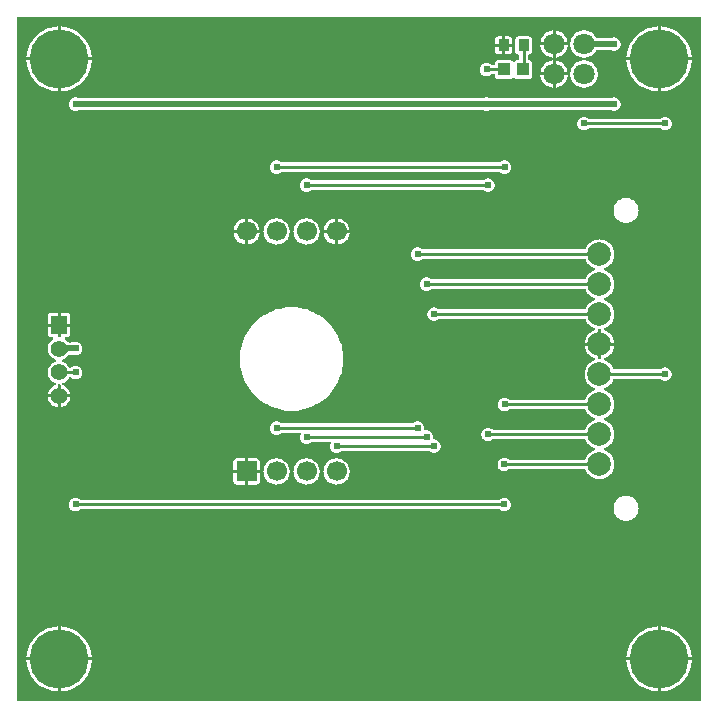
<source format=gtl>
G04 Layer: TopLayer*
G04 EasyEDA v6.5.34, 2023-08-21 18:11:39*
G04 2627495fbc544a30b07f086ad93dee0d,5a6b42c53f6a479593ecc07194224c93,10*
G04 Gerber Generator version 0.2*
G04 Scale: 100 percent, Rotated: No, Reflected: No *
G04 Dimensions in millimeters *
G04 leading zeros omitted , absolute positions ,4 integer and 5 decimal *
%FSLAX45Y45*%
%MOMM*%

%AMMACRO1*21,1,$1,$2,0,0,$3*%
%ADD10C,0.2540*%
%ADD11C,0.5000*%
%ADD12R,1.0000X1.1000*%
%ADD13R,0.8999X1.0000*%
%ADD14C,1.7000*%
%ADD15MACRO1,1.7X1.7X0.0000*%
%ADD16C,1.4000*%
%ADD17R,1.4000X1.5240*%
%ADD18C,5.0000*%
%ADD19C,2.0000*%
%ADD20C,1.8000*%
%ADD21C,0.6096*%
%ADD22C,0.0174*%

%LPD*%
G36*
X3443732Y-2945079D02*
G01*
X-2326132Y-2944571D01*
X-2330043Y-2943809D01*
X-2333294Y-2941624D01*
X-2335530Y-2938322D01*
X-2336292Y-2934411D01*
X-2336292Y2834944D01*
X-2335530Y2838856D01*
X-2333294Y2842107D01*
X-2330043Y2844342D01*
X-2326132Y2845104D01*
X3443732Y2845104D01*
X3447643Y2844342D01*
X3450894Y2842107D01*
X3453129Y2838856D01*
X3453892Y2834944D01*
X3453892Y-2934919D01*
X3453129Y-2938780D01*
X3450894Y-2942082D01*
X3447643Y-2944317D01*
G37*

%LPC*%
G36*
X2222500Y2629712D02*
G01*
X2324912Y2629712D01*
X2324760Y2631541D01*
X2322068Y2645816D01*
X2317546Y2659684D01*
X2311349Y2672842D01*
X2303576Y2685135D01*
X2294280Y2696362D01*
X2283663Y2706319D01*
X2271877Y2714853D01*
X2259126Y2721864D01*
X2245614Y2727248D01*
X2231491Y2730855D01*
X2222500Y2731973D01*
G37*
G36*
X3086100Y-2865374D02*
G01*
X3086100Y-2602687D01*
X2823210Y-2602687D01*
X2825089Y-2624582D01*
X2828950Y-2647340D01*
X2834690Y-2669743D01*
X2842260Y-2691536D01*
X2851658Y-2712669D01*
X2862783Y-2732887D01*
X2875584Y-2752140D01*
X2889961Y-2770276D01*
X2905760Y-2787091D01*
X2922930Y-2802585D01*
X2941320Y-2816555D01*
X2960827Y-2828899D01*
X2981299Y-2839618D01*
X3002635Y-2848559D01*
X3024581Y-2855722D01*
X3047085Y-2861005D01*
X3069945Y-2864358D01*
G37*
G36*
X-1993900Y-2865374D02*
G01*
X-1993900Y-2602687D01*
X-2256790Y-2602687D01*
X-2254910Y-2624582D01*
X-2251049Y-2647340D01*
X-2245309Y-2669743D01*
X-2237740Y-2691536D01*
X-2228342Y-2712669D01*
X-2217216Y-2732887D01*
X-2204415Y-2752140D01*
X-2190038Y-2770276D01*
X-2174240Y-2787091D01*
X-2157069Y-2802585D01*
X-2138680Y-2816555D01*
X-2119172Y-2828899D01*
X-2098700Y-2839618D01*
X-2077364Y-2848559D01*
X-2055418Y-2855722D01*
X-2032914Y-2861005D01*
X-2010054Y-2864358D01*
G37*
G36*
X-1968500Y-2577287D02*
G01*
X-1705864Y-2577287D01*
X-1706270Y-2566924D01*
X-1709166Y-2543962D01*
X-1713992Y-2521356D01*
X-1720646Y-2499258D01*
X-1729181Y-2477770D01*
X-1739442Y-2457094D01*
X-1751380Y-2437282D01*
X-1764995Y-2418638D01*
X-1780082Y-2401112D01*
X-1796592Y-2384958D01*
X-1814372Y-2370226D01*
X-1833372Y-2357018D01*
X-1853387Y-2345486D01*
X-1874266Y-2335631D01*
X-1895957Y-2327605D01*
X-1918207Y-2321356D01*
X-1940915Y-2317038D01*
X-1963877Y-2314651D01*
X-1968500Y-2314549D01*
G37*
G36*
X3111500Y-2577287D02*
G01*
X3374136Y-2577287D01*
X3373729Y-2566924D01*
X3370834Y-2543962D01*
X3366008Y-2521356D01*
X3359353Y-2499258D01*
X3350818Y-2477770D01*
X3340557Y-2457094D01*
X3328619Y-2437282D01*
X3315004Y-2418638D01*
X3299917Y-2401112D01*
X3283407Y-2384958D01*
X3265627Y-2370226D01*
X3246628Y-2357018D01*
X3226612Y-2345486D01*
X3205734Y-2335631D01*
X3184042Y-2327605D01*
X3161792Y-2321356D01*
X3139084Y-2317038D01*
X3116122Y-2314651D01*
X3111500Y-2314549D01*
G37*
G36*
X2823210Y-2577287D02*
G01*
X3086100Y-2577287D01*
X3086100Y-2314600D01*
X3069945Y-2315616D01*
X3047085Y-2318969D01*
X3024581Y-2324252D01*
X3002635Y-2331415D01*
X2981299Y-2340356D01*
X2960827Y-2351074D01*
X2941320Y-2363419D01*
X2922930Y-2377389D01*
X2905760Y-2392883D01*
X2889961Y-2409698D01*
X2875584Y-2427833D01*
X2862783Y-2447086D01*
X2851658Y-2467305D01*
X2842260Y-2488438D01*
X2834690Y-2510231D01*
X2828950Y-2532634D01*
X2825089Y-2555392D01*
G37*
G36*
X-2256790Y-2577287D02*
G01*
X-1993900Y-2577287D01*
X-1993900Y-2314600D01*
X-2010054Y-2315616D01*
X-2032914Y-2318969D01*
X-2055418Y-2324252D01*
X-2077364Y-2331415D01*
X-2098700Y-2340356D01*
X-2119172Y-2351074D01*
X-2138680Y-2363419D01*
X-2157069Y-2377389D01*
X-2174240Y-2392883D01*
X-2190038Y-2409698D01*
X-2204415Y-2427833D01*
X-2217216Y-2447086D01*
X-2228342Y-2467305D01*
X-2237740Y-2488438D01*
X-2245309Y-2510231D01*
X-2251049Y-2532634D01*
X-2254910Y-2555392D01*
G37*
G36*
X2819400Y-1419250D02*
G01*
X2833217Y-1418386D01*
X2846781Y-1415643D01*
X2859938Y-1411224D01*
X2872333Y-1405077D01*
X2883865Y-1397406D01*
X2894279Y-1388262D01*
X2903423Y-1377848D01*
X2911094Y-1366316D01*
X2917240Y-1353921D01*
X2921660Y-1340764D01*
X2924403Y-1327200D01*
X2925267Y-1313383D01*
X2924403Y-1299565D01*
X2921660Y-1286002D01*
X2917240Y-1272844D01*
X2911094Y-1260449D01*
X2903423Y-1248918D01*
X2894279Y-1238504D01*
X2883865Y-1229360D01*
X2872333Y-1221689D01*
X2859938Y-1215542D01*
X2846781Y-1211122D01*
X2833217Y-1208379D01*
X2819400Y-1207516D01*
X2805582Y-1208379D01*
X2792018Y-1211122D01*
X2778861Y-1215542D01*
X2766466Y-1221689D01*
X2754934Y-1229360D01*
X2744520Y-1238504D01*
X2735376Y-1248918D01*
X2727706Y-1260449D01*
X2721559Y-1272844D01*
X2717139Y-1286002D01*
X2714396Y-1299565D01*
X2713532Y-1313383D01*
X2714396Y-1327200D01*
X2717139Y-1340764D01*
X2721559Y-1353921D01*
X2727706Y-1366316D01*
X2735376Y-1377848D01*
X2744520Y-1388262D01*
X2754934Y-1397406D01*
X2766466Y-1405077D01*
X2778861Y-1411224D01*
X2792018Y-1415643D01*
X2805582Y-1418386D01*
G37*
G36*
X-1841500Y-1338224D02*
G01*
X-1831695Y-1337360D01*
X-1822246Y-1334820D01*
X-1813306Y-1330706D01*
X-1805279Y-1325067D01*
X-1803704Y-1323492D01*
X-1800402Y-1321257D01*
X-1796491Y-1320495D01*
X1742897Y-1320495D01*
X1746808Y-1321257D01*
X1750110Y-1323492D01*
X1751685Y-1325067D01*
X1759712Y-1330706D01*
X1768652Y-1334820D01*
X1778101Y-1337360D01*
X1787906Y-1338224D01*
X1797710Y-1337360D01*
X1807159Y-1334820D01*
X1816100Y-1330706D01*
X1824126Y-1325067D01*
X1831086Y-1318107D01*
X1836724Y-1310081D01*
X1840839Y-1301140D01*
X1843379Y-1291691D01*
X1844243Y-1281887D01*
X1843379Y-1272082D01*
X1840839Y-1262634D01*
X1836724Y-1253693D01*
X1831086Y-1245666D01*
X1824126Y-1238707D01*
X1816100Y-1233068D01*
X1807159Y-1228953D01*
X1797710Y-1226413D01*
X1787906Y-1225550D01*
X1778101Y-1226413D01*
X1768652Y-1228953D01*
X1759712Y-1233068D01*
X1751685Y-1238707D01*
X1750110Y-1240282D01*
X1746808Y-1242517D01*
X1742897Y-1243279D01*
X-1796491Y-1243279D01*
X-1800402Y-1242517D01*
X-1803704Y-1240282D01*
X-1805279Y-1238707D01*
X-1813306Y-1233068D01*
X-1822246Y-1228953D01*
X-1831695Y-1226413D01*
X-1841500Y-1225550D01*
X-1851304Y-1226413D01*
X-1860753Y-1228953D01*
X-1869693Y-1233068D01*
X-1877720Y-1238707D01*
X-1884680Y-1245666D01*
X-1890318Y-1253693D01*
X-1894433Y-1262634D01*
X-1896973Y-1272082D01*
X-1897837Y-1281887D01*
X-1896973Y-1291691D01*
X-1894433Y-1301140D01*
X-1890318Y-1310081D01*
X-1884680Y-1318107D01*
X-1877720Y-1325067D01*
X-1869693Y-1330706D01*
X-1860753Y-1334820D01*
X-1851304Y-1337360D01*
G37*
G36*
X-478129Y-1113383D02*
G01*
X-406400Y-1113383D01*
X-406400Y-1015187D01*
X-504596Y-1015187D01*
X-504596Y-1086916D01*
X-503885Y-1093266D01*
X-502005Y-1098702D01*
X-498906Y-1103630D01*
X-494842Y-1107694D01*
X-489915Y-1110792D01*
X-484479Y-1112672D01*
G37*
G36*
X-381000Y-1113383D02*
G01*
X-309270Y-1113383D01*
X-302971Y-1112672D01*
X-297484Y-1110792D01*
X-292608Y-1107694D01*
X-288493Y-1103630D01*
X-285445Y-1098702D01*
X-283514Y-1093266D01*
X-282803Y-1086916D01*
X-282803Y-1015187D01*
X-381000Y-1015187D01*
G37*
G36*
X-143256Y-1113332D02*
G01*
X-129032Y-1112875D01*
X-115011Y-1110589D01*
X-101396Y-1106576D01*
X-88392Y-1100785D01*
X-76250Y-1093419D01*
X-65176Y-1084580D01*
X-55270Y-1074369D01*
X-46786Y-1062990D01*
X-39776Y-1050594D01*
X-34442Y-1037437D01*
X-30886Y-1023670D01*
X-29057Y-1009599D01*
X-29057Y-995375D01*
X-30886Y-981303D01*
X-34442Y-967536D01*
X-39776Y-954379D01*
X-46786Y-941984D01*
X-55270Y-930605D01*
X-65176Y-920394D01*
X-76250Y-911555D01*
X-88392Y-904189D01*
X-101396Y-898448D01*
X-115011Y-894384D01*
X-129032Y-892098D01*
X-143256Y-891641D01*
X-157378Y-893013D01*
X-171246Y-896213D01*
X-184607Y-901090D01*
X-197205Y-907694D01*
X-208838Y-915822D01*
X-219354Y-925372D01*
X-228549Y-936193D01*
X-236321Y-948080D01*
X-242468Y-960882D01*
X-246989Y-974344D01*
X-249682Y-988314D01*
X-250596Y-1002487D01*
X-249682Y-1016660D01*
X-246989Y-1030630D01*
X-242468Y-1044092D01*
X-236321Y-1056894D01*
X-228549Y-1068832D01*
X-219354Y-1079652D01*
X-208838Y-1089202D01*
X-197205Y-1097330D01*
X-184607Y-1103884D01*
X-171246Y-1108811D01*
X-157378Y-1111961D01*
G37*
G36*
X110744Y-1113332D02*
G01*
X124968Y-1112875D01*
X138988Y-1110589D01*
X152603Y-1106576D01*
X165608Y-1100785D01*
X177749Y-1093419D01*
X188823Y-1084580D01*
X198729Y-1074369D01*
X207213Y-1062990D01*
X214223Y-1050594D01*
X219557Y-1037437D01*
X223113Y-1023670D01*
X224942Y-1009599D01*
X224942Y-995375D01*
X223113Y-981303D01*
X219557Y-967536D01*
X214223Y-954379D01*
X207213Y-941984D01*
X198729Y-930605D01*
X188823Y-920394D01*
X177749Y-911555D01*
X165608Y-904189D01*
X152603Y-898448D01*
X138988Y-894384D01*
X124968Y-892098D01*
X110744Y-891641D01*
X96621Y-893013D01*
X82753Y-896213D01*
X69392Y-901090D01*
X56794Y-907694D01*
X45161Y-915822D01*
X34645Y-925372D01*
X25450Y-936193D01*
X17678Y-948080D01*
X11531Y-960882D01*
X7010Y-974344D01*
X4318Y-988314D01*
X3403Y-1002487D01*
X4318Y-1016660D01*
X7010Y-1030630D01*
X11531Y-1044092D01*
X17678Y-1056894D01*
X25450Y-1068832D01*
X34645Y-1079652D01*
X45161Y-1089202D01*
X56794Y-1097330D01*
X69392Y-1103884D01*
X82753Y-1108811D01*
X96621Y-1111961D01*
G37*
G36*
X364744Y-1113332D02*
G01*
X378968Y-1112875D01*
X392988Y-1110589D01*
X406603Y-1106576D01*
X419608Y-1100785D01*
X431749Y-1093419D01*
X442823Y-1084580D01*
X452729Y-1074369D01*
X461213Y-1062990D01*
X468223Y-1050594D01*
X473557Y-1037437D01*
X477113Y-1023670D01*
X478942Y-1009599D01*
X478942Y-995375D01*
X477113Y-981303D01*
X473557Y-967536D01*
X468223Y-954379D01*
X461213Y-941984D01*
X452729Y-930605D01*
X442823Y-920394D01*
X431749Y-911555D01*
X419608Y-904189D01*
X406603Y-898448D01*
X392988Y-894384D01*
X378968Y-892098D01*
X364744Y-891641D01*
X350621Y-893013D01*
X336753Y-896213D01*
X323392Y-901090D01*
X310794Y-907694D01*
X299161Y-915822D01*
X288645Y-925372D01*
X279450Y-936193D01*
X271678Y-948080D01*
X265531Y-960882D01*
X261010Y-974344D01*
X258317Y-988314D01*
X257403Y-1002487D01*
X258317Y-1016660D01*
X261010Y-1030630D01*
X265531Y-1044092D01*
X271678Y-1056894D01*
X279450Y-1068832D01*
X288645Y-1079652D01*
X299161Y-1089202D01*
X310794Y-1097330D01*
X323392Y-1103884D01*
X336753Y-1108811D01*
X350621Y-1111961D01*
G37*
G36*
X2594406Y-1067663D02*
G01*
X2609545Y-1066749D01*
X2624531Y-1064006D01*
X2639009Y-1059484D01*
X2652877Y-1053236D01*
X2665882Y-1045413D01*
X2677871Y-1036015D01*
X2688640Y-1025245D01*
X2697988Y-1013307D01*
X2705862Y-1000302D01*
X2712110Y-986434D01*
X2716631Y-971905D01*
X2719374Y-956970D01*
X2720289Y-941781D01*
X2719374Y-926592D01*
X2716631Y-911656D01*
X2712110Y-897128D01*
X2705862Y-883310D01*
X2697988Y-870254D01*
X2688640Y-858316D01*
X2677871Y-847547D01*
X2665882Y-838200D01*
X2652877Y-830326D01*
X2638958Y-824077D01*
X2635808Y-821842D01*
X2633726Y-818591D01*
X2632964Y-814781D01*
X2633726Y-810971D01*
X2635808Y-807770D01*
X2638958Y-805535D01*
X2652877Y-799236D01*
X2665882Y-791413D01*
X2677871Y-782015D01*
X2688640Y-771245D01*
X2697988Y-759307D01*
X2705862Y-746302D01*
X2712110Y-732434D01*
X2716631Y-717905D01*
X2719374Y-702970D01*
X2720289Y-687781D01*
X2719374Y-672592D01*
X2716631Y-657656D01*
X2712110Y-643128D01*
X2705862Y-629310D01*
X2697988Y-616254D01*
X2688640Y-604316D01*
X2677871Y-593547D01*
X2665882Y-584200D01*
X2652877Y-576326D01*
X2638958Y-570077D01*
X2635808Y-567842D01*
X2633726Y-564591D01*
X2632964Y-560781D01*
X2633726Y-556971D01*
X2635808Y-553770D01*
X2638958Y-551535D01*
X2652877Y-545236D01*
X2665882Y-537413D01*
X2677871Y-528015D01*
X2688640Y-517245D01*
X2697988Y-505307D01*
X2705862Y-492302D01*
X2712110Y-478434D01*
X2716631Y-463905D01*
X2719374Y-448970D01*
X2720289Y-433781D01*
X2719374Y-418592D01*
X2716631Y-403656D01*
X2712110Y-389128D01*
X2705862Y-375310D01*
X2697988Y-362254D01*
X2688640Y-350316D01*
X2677871Y-339547D01*
X2665882Y-330200D01*
X2652877Y-322326D01*
X2638958Y-316077D01*
X2635808Y-313842D01*
X2633726Y-310591D01*
X2632964Y-306781D01*
X2633726Y-302971D01*
X2635808Y-299770D01*
X2638958Y-297535D01*
X2652877Y-291236D01*
X2665882Y-283413D01*
X2677871Y-274015D01*
X2688640Y-263245D01*
X2697988Y-251307D01*
X2705862Y-238302D01*
X2712110Y-224434D01*
X2712618Y-222758D01*
X2714701Y-218998D01*
X2718155Y-216509D01*
X2722321Y-215595D01*
X3104642Y-215595D01*
X3108502Y-216357D01*
X3111804Y-218592D01*
X3113379Y-220167D01*
X3121406Y-225806D01*
X3130346Y-229920D01*
X3139795Y-232460D01*
X3149600Y-233324D01*
X3159404Y-232460D01*
X3168853Y-229920D01*
X3177794Y-225806D01*
X3185820Y-220167D01*
X3192780Y-213207D01*
X3198418Y-205181D01*
X3202533Y-196240D01*
X3205073Y-186791D01*
X3205937Y-176987D01*
X3205073Y-167182D01*
X3202533Y-157734D01*
X3198418Y-148793D01*
X3192780Y-140766D01*
X3185820Y-133807D01*
X3177794Y-128168D01*
X3168853Y-124053D01*
X3159404Y-121513D01*
X3149600Y-120650D01*
X3139795Y-121513D01*
X3130346Y-124053D01*
X3121406Y-128168D01*
X3113379Y-133807D01*
X3111804Y-135432D01*
X3108502Y-137617D01*
X3104591Y-138379D01*
X2720136Y-138379D01*
X2716326Y-137668D01*
X2713075Y-135534D01*
X2710840Y-132384D01*
X2705862Y-121310D01*
X2697988Y-108254D01*
X2688640Y-96316D01*
X2677871Y-85547D01*
X2665882Y-76200D01*
X2652877Y-68326D01*
X2638958Y-62077D01*
X2635808Y-59842D01*
X2633726Y-56591D01*
X2632964Y-52781D01*
X2633726Y-48971D01*
X2635808Y-45770D01*
X2638958Y-43535D01*
X2652877Y-37236D01*
X2665882Y-29413D01*
X2677871Y-20015D01*
X2688640Y-9245D01*
X2697988Y2692D01*
X2705862Y15697D01*
X2712110Y29565D01*
X2716631Y44094D01*
X2719374Y59029D01*
X2719527Y61518D01*
X2607106Y61518D01*
X2607106Y-43891D01*
X2606294Y-47752D01*
X2604109Y-51054D01*
X2600807Y-53238D01*
X2596946Y-54051D01*
X2591866Y-54051D01*
X2587955Y-53238D01*
X2584653Y-51054D01*
X2582468Y-47752D01*
X2581706Y-43891D01*
X2581706Y61518D01*
X2469286Y61518D01*
X2469438Y59029D01*
X2472182Y44094D01*
X2476703Y29565D01*
X2482900Y15697D01*
X2490774Y2692D01*
X2500172Y-9245D01*
X2510891Y-20015D01*
X2522880Y-29413D01*
X2535885Y-37236D01*
X2549804Y-43535D01*
X2552954Y-45770D01*
X2555087Y-48971D01*
X2555798Y-52781D01*
X2555087Y-56591D01*
X2552954Y-59842D01*
X2549804Y-62077D01*
X2535885Y-68326D01*
X2522880Y-76200D01*
X2510891Y-85547D01*
X2500172Y-96316D01*
X2490774Y-108254D01*
X2482900Y-121310D01*
X2476703Y-135128D01*
X2472182Y-149656D01*
X2469438Y-164592D01*
X2468524Y-179781D01*
X2469438Y-194970D01*
X2472182Y-209905D01*
X2476703Y-224434D01*
X2482900Y-238302D01*
X2490774Y-251307D01*
X2500172Y-263245D01*
X2510891Y-274015D01*
X2522880Y-283413D01*
X2535885Y-291236D01*
X2549804Y-297535D01*
X2552954Y-299770D01*
X2555087Y-302971D01*
X2555798Y-306781D01*
X2555087Y-310591D01*
X2552954Y-313842D01*
X2549804Y-316077D01*
X2535885Y-322326D01*
X2522880Y-330200D01*
X2510891Y-339547D01*
X2500172Y-350316D01*
X2490774Y-362254D01*
X2482900Y-375310D01*
X2476652Y-389178D01*
X2474417Y-392328D01*
X2471216Y-394462D01*
X2467406Y-395173D01*
X1835708Y-395173D01*
X1831797Y-394411D01*
X1828495Y-392176D01*
X1826920Y-390601D01*
X1818893Y-384962D01*
X1809953Y-380847D01*
X1800504Y-378307D01*
X1790700Y-377444D01*
X1780895Y-378307D01*
X1771446Y-380847D01*
X1762506Y-384962D01*
X1754479Y-390601D01*
X1747520Y-397560D01*
X1741881Y-405587D01*
X1737766Y-414528D01*
X1735226Y-423976D01*
X1734362Y-433781D01*
X1735226Y-443585D01*
X1737766Y-453034D01*
X1741881Y-461975D01*
X1747520Y-470001D01*
X1754479Y-476961D01*
X1762506Y-482600D01*
X1771446Y-486714D01*
X1780895Y-489254D01*
X1790700Y-490118D01*
X1800504Y-489254D01*
X1809953Y-486714D01*
X1818893Y-482600D01*
X1826920Y-476961D01*
X1828495Y-475386D01*
X1831797Y-473151D01*
X1835708Y-472389D01*
X2467406Y-472389D01*
X2471166Y-473151D01*
X2474417Y-475234D01*
X2476652Y-478383D01*
X2482900Y-492302D01*
X2490774Y-505307D01*
X2500172Y-517245D01*
X2510891Y-528015D01*
X2522880Y-537413D01*
X2535885Y-545236D01*
X2549804Y-551535D01*
X2552954Y-553770D01*
X2555087Y-556971D01*
X2555798Y-560781D01*
X2555087Y-564591D01*
X2552954Y-567842D01*
X2549804Y-570077D01*
X2535885Y-576326D01*
X2522880Y-584200D01*
X2510891Y-593547D01*
X2500172Y-604316D01*
X2490774Y-616254D01*
X2482900Y-629310D01*
X2476652Y-643178D01*
X2474417Y-646328D01*
X2471216Y-648462D01*
X2467406Y-649173D01*
X1696008Y-649173D01*
X1692097Y-648411D01*
X1688795Y-646176D01*
X1687220Y-644601D01*
X1679193Y-638962D01*
X1670253Y-634847D01*
X1660804Y-632307D01*
X1651000Y-631444D01*
X1641195Y-632307D01*
X1631746Y-634847D01*
X1622806Y-638962D01*
X1614779Y-644601D01*
X1607820Y-651560D01*
X1602181Y-659587D01*
X1598066Y-668528D01*
X1595526Y-677976D01*
X1594662Y-687781D01*
X1595526Y-697585D01*
X1598066Y-707034D01*
X1602181Y-715975D01*
X1607820Y-724001D01*
X1614779Y-730961D01*
X1622806Y-736600D01*
X1631746Y-740714D01*
X1641195Y-743254D01*
X1651000Y-744118D01*
X1660804Y-743254D01*
X1670253Y-740714D01*
X1679193Y-736600D01*
X1687220Y-730961D01*
X1688795Y-729386D01*
X1692097Y-727151D01*
X1696008Y-726389D01*
X2467406Y-726389D01*
X2471166Y-727151D01*
X2474417Y-729234D01*
X2476652Y-732383D01*
X2482900Y-746302D01*
X2490774Y-759307D01*
X2500172Y-771245D01*
X2510891Y-782015D01*
X2522880Y-791413D01*
X2535885Y-799236D01*
X2549804Y-805535D01*
X2552954Y-807770D01*
X2555087Y-810971D01*
X2555798Y-814781D01*
X2555087Y-818591D01*
X2552954Y-821842D01*
X2549804Y-824077D01*
X2535885Y-830326D01*
X2522880Y-838200D01*
X2510891Y-847547D01*
X2500172Y-858316D01*
X2490774Y-870254D01*
X2482900Y-883310D01*
X2476652Y-897178D01*
X2474417Y-900328D01*
X2471216Y-902462D01*
X2467406Y-903173D01*
X1832914Y-903173D01*
X1829003Y-902411D01*
X1825701Y-900176D01*
X1824126Y-898601D01*
X1816100Y-892962D01*
X1807159Y-888847D01*
X1797710Y-886307D01*
X1787906Y-885444D01*
X1778101Y-886307D01*
X1768652Y-888847D01*
X1759712Y-892962D01*
X1751685Y-898601D01*
X1744725Y-905560D01*
X1739087Y-913587D01*
X1734972Y-922528D01*
X1732432Y-931976D01*
X1731568Y-941781D01*
X1732432Y-951585D01*
X1734972Y-961034D01*
X1739087Y-969975D01*
X1744725Y-978001D01*
X1751685Y-984961D01*
X1759712Y-990600D01*
X1768652Y-994714D01*
X1778101Y-997254D01*
X1787906Y-998118D01*
X1797710Y-997254D01*
X1807159Y-994714D01*
X1816100Y-990600D01*
X1824126Y-984961D01*
X1825701Y-983386D01*
X1829003Y-981151D01*
X1832914Y-980389D01*
X2467406Y-980389D01*
X2471166Y-981151D01*
X2474417Y-983234D01*
X2476652Y-986383D01*
X2482900Y-1000302D01*
X2490774Y-1013307D01*
X2500172Y-1025245D01*
X2510891Y-1036015D01*
X2522880Y-1045413D01*
X2535885Y-1053236D01*
X2549753Y-1059484D01*
X2564282Y-1064006D01*
X2579217Y-1066749D01*
G37*
G36*
X-504596Y-989787D02*
G01*
X-406400Y-989787D01*
X-406400Y-891590D01*
X-478129Y-891590D01*
X-484479Y-892302D01*
X-489915Y-894232D01*
X-494842Y-897280D01*
X-498906Y-901395D01*
X-502005Y-906271D01*
X-503885Y-911758D01*
X-504596Y-918057D01*
G37*
G36*
X-381000Y-989787D02*
G01*
X-282803Y-989787D01*
X-282803Y-918057D01*
X-283514Y-911758D01*
X-285445Y-906271D01*
X-288493Y-901395D01*
X-292608Y-897280D01*
X-297484Y-894232D01*
X-302971Y-892302D01*
X-309270Y-891590D01*
X-381000Y-891590D01*
G37*
G36*
X368300Y-842924D02*
G01*
X378104Y-842060D01*
X387553Y-839520D01*
X396494Y-835406D01*
X404520Y-829767D01*
X406095Y-828192D01*
X409397Y-825957D01*
X413258Y-825195D01*
X1148842Y-825195D01*
X1152702Y-825957D01*
X1156004Y-828192D01*
X1157579Y-829767D01*
X1165606Y-835406D01*
X1174546Y-839520D01*
X1183995Y-842060D01*
X1193800Y-842924D01*
X1203604Y-842060D01*
X1213053Y-839520D01*
X1221994Y-835406D01*
X1230020Y-829767D01*
X1236980Y-822807D01*
X1242618Y-814781D01*
X1246733Y-805840D01*
X1249273Y-796391D01*
X1250137Y-786587D01*
X1249273Y-776782D01*
X1246733Y-767334D01*
X1242618Y-758393D01*
X1236980Y-750366D01*
X1230020Y-743407D01*
X1221994Y-737768D01*
X1213053Y-733653D01*
X1203604Y-731113D01*
X1195120Y-730351D01*
X1191310Y-729234D01*
X1188212Y-726744D01*
X1186281Y-723290D01*
X1185875Y-719328D01*
X1186637Y-710387D01*
X1185773Y-700582D01*
X1183233Y-691134D01*
X1179118Y-682193D01*
X1173480Y-674166D01*
X1166520Y-667207D01*
X1158494Y-661568D01*
X1149553Y-657453D01*
X1140104Y-654913D01*
X1130300Y-654050D01*
X1120597Y-654862D01*
X1116228Y-654304D01*
X1112520Y-651967D01*
X1110183Y-648258D01*
X1109624Y-643890D01*
X1110437Y-634187D01*
X1109573Y-624382D01*
X1107033Y-614934D01*
X1102918Y-605993D01*
X1097280Y-597966D01*
X1090320Y-591007D01*
X1082294Y-585368D01*
X1073353Y-581253D01*
X1063904Y-578713D01*
X1054100Y-577850D01*
X1044295Y-578713D01*
X1034846Y-581253D01*
X1025906Y-585368D01*
X1017879Y-591007D01*
X1016304Y-592632D01*
X1013002Y-594817D01*
X1009091Y-595579D01*
X-94691Y-595579D01*
X-98602Y-594817D01*
X-101904Y-592632D01*
X-103479Y-591007D01*
X-111506Y-585368D01*
X-120446Y-581253D01*
X-129895Y-578713D01*
X-139700Y-577850D01*
X-149504Y-578713D01*
X-158953Y-581253D01*
X-167894Y-585368D01*
X-175920Y-591007D01*
X-182880Y-597966D01*
X-188518Y-605993D01*
X-192633Y-614934D01*
X-195173Y-624382D01*
X-196037Y-634187D01*
X-195173Y-643991D01*
X-192633Y-653440D01*
X-188518Y-662381D01*
X-182880Y-670407D01*
X-175920Y-677367D01*
X-167894Y-683006D01*
X-158953Y-687120D01*
X-149504Y-689660D01*
X-139700Y-690524D01*
X-129895Y-689660D01*
X-120446Y-687120D01*
X-111506Y-683006D01*
X-103479Y-677367D01*
X-101904Y-675792D01*
X-98602Y-673557D01*
X-94742Y-672795D01*
X53949Y-672795D01*
X57912Y-673608D01*
X61264Y-675894D01*
X63449Y-679297D01*
X64109Y-683310D01*
X63144Y-687273D01*
X61366Y-691134D01*
X58826Y-700582D01*
X57962Y-710387D01*
X58826Y-720191D01*
X61366Y-729640D01*
X65481Y-738581D01*
X71120Y-746607D01*
X78079Y-753567D01*
X86106Y-759206D01*
X95046Y-763320D01*
X104495Y-765860D01*
X114300Y-766724D01*
X124104Y-765860D01*
X133553Y-763320D01*
X142494Y-759206D01*
X150520Y-753567D01*
X152095Y-751992D01*
X155397Y-749757D01*
X159308Y-748995D01*
X307949Y-748995D01*
X311912Y-749808D01*
X315264Y-752094D01*
X317449Y-755497D01*
X318109Y-759510D01*
X317144Y-763473D01*
X315366Y-767334D01*
X312826Y-776782D01*
X311962Y-786587D01*
X312826Y-796391D01*
X315366Y-805840D01*
X319481Y-814781D01*
X325120Y-822807D01*
X332079Y-829767D01*
X340106Y-835406D01*
X349046Y-839520D01*
X358495Y-842060D01*
G37*
G36*
X-27381Y-488340D02*
G01*
X1930Y-488340D01*
X31191Y-486409D01*
X60248Y-482498D01*
X88950Y-476656D01*
X117246Y-468884D01*
X144932Y-459282D01*
X171907Y-447852D01*
X198069Y-434644D01*
X223316Y-419709D01*
X247446Y-403098D01*
X270459Y-384911D01*
X292201Y-365252D01*
X312572Y-344220D01*
X331520Y-321818D01*
X348894Y-298196D01*
X364693Y-273507D01*
X378764Y-247802D01*
X391109Y-221234D01*
X401624Y-193852D01*
X410311Y-165862D01*
X417118Y-137363D01*
X421995Y-108458D01*
X424942Y-79298D01*
X425907Y-49987D01*
X424942Y-20675D01*
X421995Y8483D01*
X417118Y37388D01*
X410311Y65887D01*
X401624Y93878D01*
X391109Y121208D01*
X378764Y147828D01*
X364693Y173532D01*
X348894Y198221D01*
X331520Y221843D01*
X312572Y244195D01*
X292201Y265277D01*
X270459Y284937D01*
X247446Y303123D01*
X223316Y319684D01*
X198069Y334619D01*
X171907Y347878D01*
X144932Y359308D01*
X117246Y368909D01*
X88950Y376682D01*
X60248Y382473D01*
X31191Y386384D01*
X1930Y388366D01*
X-27381Y388366D01*
X-56591Y386384D01*
X-85648Y382473D01*
X-114401Y376682D01*
X-142646Y368909D01*
X-170332Y359308D01*
X-197307Y347878D01*
X-223469Y334619D01*
X-248716Y319684D01*
X-272897Y303123D01*
X-295859Y284937D01*
X-317601Y265277D01*
X-337972Y244195D01*
X-356920Y221843D01*
X-374294Y198221D01*
X-390093Y173532D01*
X-404164Y147828D01*
X-416509Y121208D01*
X-427024Y93878D01*
X-435711Y65887D01*
X-442518Y37388D01*
X-447395Y8483D01*
X-450342Y-20675D01*
X-451307Y-49987D01*
X-450342Y-79298D01*
X-447395Y-108458D01*
X-442518Y-137363D01*
X-435711Y-165862D01*
X-427024Y-193852D01*
X-416509Y-221234D01*
X-404164Y-247802D01*
X-390093Y-273507D01*
X-374294Y-298196D01*
X-356920Y-321818D01*
X-337972Y-344220D01*
X-317601Y-365252D01*
X-295859Y-384911D01*
X-272897Y-403098D01*
X-248716Y-419709D01*
X-223469Y-434644D01*
X-197307Y-447852D01*
X-170332Y-459282D01*
X-142646Y-468884D01*
X-114401Y-476656D01*
X-85648Y-482498D01*
X-56591Y-486409D01*
G37*
G36*
X-1968500Y-457708D02*
G01*
X-1955342Y-455015D01*
X-1942998Y-450646D01*
X-1931365Y-444601D01*
X-1920697Y-437083D01*
X-1911146Y-428142D01*
X-1902866Y-417982D01*
X-1896059Y-406806D01*
X-1890826Y-394817D01*
X-1887321Y-382219D01*
X-1886407Y-375412D01*
X-1968500Y-375412D01*
G37*
G36*
X-1993900Y-457708D02*
G01*
X-1993900Y-375412D01*
X-2075992Y-375412D01*
X-2075078Y-382219D01*
X-2071522Y-394817D01*
X-2066340Y-406806D01*
X-2059533Y-417982D01*
X-2051253Y-428142D01*
X-2041702Y-437083D01*
X-2031034Y-444601D01*
X-2019401Y-450646D01*
X-2007057Y-455015D01*
G37*
G36*
X-2075992Y-350012D02*
G01*
X-1993900Y-350012D01*
X-1993900Y-268579D01*
X-1993138Y-264718D01*
X-1990902Y-261416D01*
X-1987651Y-259181D01*
X-1983739Y-258419D01*
X-1978660Y-258419D01*
X-1974748Y-259181D01*
X-1971497Y-261416D01*
X-1969262Y-264718D01*
X-1968500Y-268579D01*
X-1968500Y-350012D01*
X-1886407Y-350012D01*
X-1887321Y-343204D01*
X-1890826Y-330606D01*
X-1896059Y-318566D01*
X-1902866Y-307390D01*
X-1911146Y-297230D01*
X-1920697Y-288290D01*
X-1931365Y-280771D01*
X-1942998Y-274726D01*
X-1949957Y-272288D01*
X-1953514Y-270103D01*
X-1955901Y-266750D01*
X-1956714Y-262686D01*
X-1955901Y-258622D01*
X-1953514Y-255270D01*
X-1949957Y-253136D01*
X-1942998Y-250647D01*
X-1931365Y-244602D01*
X-1920697Y-237083D01*
X-1911146Y-228142D01*
X-1902866Y-217982D01*
X-1896668Y-207771D01*
X-1894382Y-205181D01*
X-1891385Y-203504D01*
X-1886508Y-202895D01*
X-1882597Y-203657D01*
X-1879295Y-205892D01*
X-1877720Y-207467D01*
X-1869693Y-213106D01*
X-1860753Y-217220D01*
X-1851304Y-219760D01*
X-1841500Y-220624D01*
X-1831695Y-219760D01*
X-1822246Y-217220D01*
X-1813306Y-213106D01*
X-1805279Y-207467D01*
X-1798320Y-200507D01*
X-1792681Y-192481D01*
X-1788566Y-183540D01*
X-1786026Y-174091D01*
X-1785162Y-164287D01*
X-1786026Y-154482D01*
X-1788566Y-145034D01*
X-1792681Y-136093D01*
X-1798320Y-128066D01*
X-1805279Y-121107D01*
X-1813306Y-115468D01*
X-1822246Y-111353D01*
X-1831695Y-108813D01*
X-1841500Y-107950D01*
X-1851304Y-108813D01*
X-1860753Y-111353D01*
X-1869693Y-115468D01*
X-1877720Y-121107D01*
X-1879193Y-122580D01*
X-1882444Y-124764D01*
X-1886305Y-125577D01*
X-1890166Y-124815D01*
X-1893468Y-122682D01*
X-1902866Y-107391D01*
X-1911146Y-97231D01*
X-1920697Y-88290D01*
X-1931365Y-80772D01*
X-1942998Y-74726D01*
X-1949957Y-72288D01*
X-1953514Y-70104D01*
X-1955901Y-66751D01*
X-1956714Y-62687D01*
X-1955901Y-58623D01*
X-1953514Y-55270D01*
X-1949957Y-53136D01*
X-1942998Y-50647D01*
X-1931365Y-44602D01*
X-1920697Y-37084D01*
X-1911146Y-28143D01*
X-1900275Y-14884D01*
X-1897329Y-13208D01*
X-1893976Y-12547D01*
X-1866900Y-12293D01*
X-1862531Y-13208D01*
X-1860753Y-14020D01*
X-1851304Y-16560D01*
X-1841500Y-17424D01*
X-1831695Y-16560D01*
X-1822246Y-14020D01*
X-1813306Y-9906D01*
X-1805279Y-4267D01*
X-1798320Y2692D01*
X-1792681Y10718D01*
X-1788566Y19659D01*
X-1786026Y29108D01*
X-1785162Y38912D01*
X-1786026Y48717D01*
X-1788566Y58166D01*
X-1792681Y67106D01*
X-1798320Y75133D01*
X-1805279Y82092D01*
X-1813306Y87731D01*
X-1822246Y91846D01*
X-1831695Y94386D01*
X-1841500Y95250D01*
X-1851304Y94386D01*
X-1860753Y91846D01*
X-1863750Y90474D01*
X-1867916Y89560D01*
X-1895195Y89255D01*
X-1898192Y89662D01*
X-1900936Y90932D01*
X-1903171Y92964D01*
X-1911146Y102768D01*
X-1920697Y111709D01*
X-1927860Y116738D01*
X-1930704Y119837D01*
X-1932076Y123901D01*
X-1931670Y128117D01*
X-1929587Y131826D01*
X-1926132Y134315D01*
X-1921967Y135178D01*
X-1911756Y135178D01*
X-1905457Y135890D01*
X-1899970Y137820D01*
X-1895093Y140919D01*
X-1890979Y144983D01*
X-1887931Y149910D01*
X-1886000Y155346D01*
X-1885289Y161696D01*
X-1885289Y224586D01*
X-1968500Y224586D01*
X-1968500Y143205D01*
X-1969262Y139293D01*
X-1971497Y136042D01*
X-1974748Y133807D01*
X-1978660Y133045D01*
X-1983739Y133045D01*
X-1987651Y133807D01*
X-1990902Y136042D01*
X-1993138Y139293D01*
X-1993900Y143205D01*
X-1993900Y224586D01*
X-2077110Y224586D01*
X-2077110Y161696D01*
X-2076399Y155346D01*
X-2074468Y149910D01*
X-2071420Y144983D01*
X-2067306Y140919D01*
X-2062429Y137820D01*
X-2056942Y135890D01*
X-2050643Y135178D01*
X-2040432Y135178D01*
X-2036267Y134315D01*
X-2032812Y131826D01*
X-2030730Y128117D01*
X-2030323Y123901D01*
X-2031695Y119837D01*
X-2034539Y116738D01*
X-2041702Y111709D01*
X-2051253Y102768D01*
X-2059533Y92608D01*
X-2066340Y81432D01*
X-2071522Y69392D01*
X-2075078Y56794D01*
X-2076856Y43840D01*
X-2076856Y30784D01*
X-2075078Y17780D01*
X-2071522Y5181D01*
X-2066340Y-6807D01*
X-2059533Y-17983D01*
X-2051253Y-28143D01*
X-2041702Y-37084D01*
X-2031034Y-44602D01*
X-2019401Y-50647D01*
X-2012442Y-53136D01*
X-2008886Y-55270D01*
X-2006498Y-58623D01*
X-2005685Y-62687D01*
X-2006498Y-66751D01*
X-2008886Y-70104D01*
X-2012442Y-72288D01*
X-2019401Y-74726D01*
X-2031034Y-80772D01*
X-2041702Y-88290D01*
X-2051253Y-97231D01*
X-2059533Y-107391D01*
X-2066340Y-118567D01*
X-2071522Y-130606D01*
X-2075078Y-143205D01*
X-2076856Y-156159D01*
X-2076856Y-169214D01*
X-2075078Y-182219D01*
X-2071522Y-194818D01*
X-2066340Y-206806D01*
X-2059533Y-217982D01*
X-2051253Y-228142D01*
X-2041702Y-237083D01*
X-2031034Y-244602D01*
X-2019401Y-250647D01*
X-2012442Y-253136D01*
X-2008886Y-255270D01*
X-2006498Y-258622D01*
X-2005685Y-262686D01*
X-2006498Y-266750D01*
X-2008886Y-270103D01*
X-2012442Y-272288D01*
X-2019401Y-274726D01*
X-2031034Y-280771D01*
X-2041702Y-288290D01*
X-2051253Y-297230D01*
X-2059533Y-307390D01*
X-2066340Y-318566D01*
X-2071522Y-330606D01*
X-2075078Y-343204D01*
G37*
G36*
X2469286Y86918D02*
G01*
X2581706Y86918D01*
X2581706Y192278D01*
X2582468Y196189D01*
X2584653Y199491D01*
X2587955Y201676D01*
X2591866Y202438D01*
X2596946Y202438D01*
X2600807Y201676D01*
X2604109Y199491D01*
X2606294Y196189D01*
X2607106Y192278D01*
X2607106Y86918D01*
X2719527Y86918D01*
X2719374Y89408D01*
X2716631Y104343D01*
X2712110Y118872D01*
X2705862Y132689D01*
X2697988Y145745D01*
X2688640Y157683D01*
X2677871Y168452D01*
X2665882Y177800D01*
X2652877Y185674D01*
X2638958Y191922D01*
X2635808Y194157D01*
X2633726Y197408D01*
X2632964Y201218D01*
X2633726Y205028D01*
X2635808Y208229D01*
X2638958Y210464D01*
X2652877Y216763D01*
X2665882Y224586D01*
X2677871Y233984D01*
X2688640Y244754D01*
X2697988Y256692D01*
X2705862Y269697D01*
X2712110Y283565D01*
X2716631Y298094D01*
X2719374Y313029D01*
X2720289Y328218D01*
X2719374Y343408D01*
X2716631Y358343D01*
X2712110Y372872D01*
X2705862Y386689D01*
X2697988Y399745D01*
X2688640Y411683D01*
X2677871Y422452D01*
X2665882Y431800D01*
X2652877Y439674D01*
X2638958Y445922D01*
X2635808Y448157D01*
X2633726Y451408D01*
X2632964Y455218D01*
X2633726Y459028D01*
X2635808Y462229D01*
X2638958Y464464D01*
X2652877Y470763D01*
X2665882Y478586D01*
X2677871Y487984D01*
X2688640Y498754D01*
X2697988Y510692D01*
X2705862Y523697D01*
X2712110Y537565D01*
X2716631Y552094D01*
X2719374Y567029D01*
X2720289Y582218D01*
X2719374Y597408D01*
X2716631Y612343D01*
X2712110Y626872D01*
X2705862Y640689D01*
X2697988Y653745D01*
X2688640Y665683D01*
X2677871Y676452D01*
X2665882Y685800D01*
X2652877Y693674D01*
X2638958Y699922D01*
X2635808Y702157D01*
X2633726Y705408D01*
X2632964Y709218D01*
X2633726Y713028D01*
X2635808Y716229D01*
X2638958Y718464D01*
X2652877Y724763D01*
X2665882Y732586D01*
X2677871Y741984D01*
X2688640Y752754D01*
X2697988Y764692D01*
X2705862Y777697D01*
X2712110Y791565D01*
X2716631Y806094D01*
X2719374Y821029D01*
X2720289Y836218D01*
X2719374Y851408D01*
X2716631Y866343D01*
X2712110Y880871D01*
X2705862Y894689D01*
X2697988Y907745D01*
X2688640Y919683D01*
X2677871Y930452D01*
X2665882Y939800D01*
X2652877Y947674D01*
X2639009Y953922D01*
X2624531Y958443D01*
X2609545Y961186D01*
X2594406Y962101D01*
X2579217Y961186D01*
X2564282Y958443D01*
X2549753Y953922D01*
X2535885Y947674D01*
X2522880Y939800D01*
X2510891Y930452D01*
X2500172Y919683D01*
X2490774Y907745D01*
X2482900Y894689D01*
X2477922Y883615D01*
X2475687Y880465D01*
X2472436Y878332D01*
X2468676Y877620D01*
X1099108Y877620D01*
X1095197Y878382D01*
X1091895Y880567D01*
X1090320Y882192D01*
X1082294Y887831D01*
X1073353Y891946D01*
X1063904Y894486D01*
X1054100Y895350D01*
X1044295Y894486D01*
X1034846Y891946D01*
X1025906Y887831D01*
X1017879Y882192D01*
X1010919Y875233D01*
X1005281Y867206D01*
X1001166Y858266D01*
X998626Y848817D01*
X997762Y839012D01*
X998626Y829208D01*
X1001166Y819759D01*
X1005281Y810818D01*
X1010919Y802792D01*
X1017879Y795832D01*
X1025906Y790194D01*
X1034846Y786079D01*
X1044295Y783539D01*
X1054100Y782675D01*
X1063904Y783539D01*
X1073353Y786079D01*
X1082294Y790194D01*
X1090320Y795832D01*
X1091895Y797407D01*
X1095197Y799642D01*
X1099058Y800404D01*
X2466441Y800404D01*
X2470607Y799490D01*
X2474061Y797001D01*
X2476144Y793242D01*
X2476703Y791565D01*
X2482900Y777697D01*
X2490774Y764692D01*
X2500172Y752754D01*
X2510891Y741984D01*
X2522880Y732586D01*
X2535885Y724763D01*
X2549804Y718464D01*
X2552954Y716229D01*
X2555087Y713028D01*
X2555798Y709218D01*
X2555087Y705408D01*
X2552954Y702157D01*
X2549804Y699922D01*
X2535885Y693674D01*
X2522880Y685800D01*
X2510891Y676452D01*
X2500172Y665683D01*
X2490774Y653745D01*
X2482900Y640689D01*
X2477922Y629615D01*
X2475687Y626465D01*
X2472436Y624332D01*
X2468676Y623620D01*
X1175308Y623620D01*
X1171397Y624382D01*
X1168095Y626618D01*
X1166520Y628192D01*
X1158494Y633831D01*
X1149553Y637946D01*
X1140104Y640486D01*
X1130300Y641350D01*
X1120495Y640486D01*
X1111046Y637946D01*
X1102106Y633831D01*
X1094079Y628192D01*
X1087120Y621233D01*
X1081481Y613206D01*
X1077366Y604266D01*
X1074826Y594817D01*
X1073962Y585012D01*
X1074826Y575208D01*
X1077366Y565759D01*
X1081481Y556818D01*
X1087120Y548792D01*
X1094079Y541832D01*
X1102106Y536194D01*
X1111046Y532079D01*
X1120495Y529539D01*
X1130300Y528675D01*
X1140104Y529539D01*
X1149553Y532079D01*
X1158494Y536194D01*
X1166520Y541832D01*
X1168095Y543407D01*
X1171397Y545642D01*
X1175308Y546404D01*
X2466441Y546404D01*
X2470607Y545490D01*
X2474061Y543001D01*
X2476144Y539242D01*
X2476703Y537565D01*
X2482900Y523697D01*
X2490774Y510692D01*
X2500172Y498754D01*
X2510891Y487984D01*
X2522880Y478586D01*
X2535885Y470763D01*
X2549804Y464464D01*
X2552954Y462229D01*
X2555087Y459028D01*
X2555798Y455218D01*
X2555087Y451408D01*
X2552954Y448157D01*
X2549804Y445922D01*
X2535885Y439674D01*
X2522880Y431800D01*
X2510891Y422452D01*
X2500172Y411683D01*
X2490774Y399745D01*
X2482900Y386689D01*
X2477922Y375615D01*
X2475687Y372465D01*
X2472436Y370332D01*
X2468676Y369620D01*
X1238808Y369620D01*
X1234897Y370382D01*
X1231595Y372567D01*
X1230020Y374192D01*
X1221994Y379831D01*
X1213053Y383946D01*
X1203604Y386486D01*
X1193800Y387350D01*
X1183995Y386486D01*
X1174546Y383946D01*
X1165606Y379831D01*
X1157579Y374192D01*
X1150620Y367233D01*
X1144981Y359206D01*
X1140866Y350266D01*
X1138326Y340817D01*
X1137462Y331012D01*
X1138326Y321208D01*
X1140866Y311759D01*
X1144981Y302818D01*
X1150620Y294792D01*
X1157579Y287832D01*
X1165606Y282194D01*
X1174546Y278079D01*
X1183995Y275539D01*
X1193800Y274675D01*
X1203604Y275539D01*
X1213053Y278079D01*
X1221994Y282194D01*
X1230020Y287832D01*
X1231595Y289407D01*
X1234897Y291642D01*
X1238758Y292404D01*
X2466441Y292404D01*
X2470607Y291490D01*
X2474061Y289001D01*
X2476144Y285242D01*
X2476703Y283565D01*
X2482900Y269697D01*
X2490774Y256692D01*
X2500172Y244754D01*
X2510891Y233984D01*
X2522880Y224586D01*
X2535885Y216763D01*
X2549804Y210464D01*
X2552954Y208229D01*
X2555087Y205028D01*
X2555798Y201218D01*
X2555087Y197408D01*
X2552954Y194157D01*
X2549804Y191922D01*
X2535885Y185674D01*
X2522880Y177800D01*
X2510891Y168452D01*
X2500172Y157683D01*
X2490774Y145745D01*
X2482900Y132689D01*
X2476703Y118872D01*
X2472182Y104343D01*
X2469438Y89408D01*
G37*
G36*
X-1968500Y249986D02*
G01*
X-1885289Y249986D01*
X-1885289Y312928D01*
X-1886000Y319278D01*
X-1887931Y324713D01*
X-1890979Y329641D01*
X-1895093Y333705D01*
X-1899970Y336804D01*
X-1905457Y338683D01*
X-1911756Y339394D01*
X-1968500Y339394D01*
G37*
G36*
X-2077110Y249986D02*
G01*
X-1993900Y249986D01*
X-1993900Y339394D01*
X-2050643Y339394D01*
X-2056942Y338683D01*
X-2062429Y336804D01*
X-2067306Y333705D01*
X-2071420Y329641D01*
X-2074468Y324713D01*
X-2076399Y319278D01*
X-2077110Y312928D01*
G37*
G36*
X3111500Y-2865424D02*
G01*
X3116122Y-2865323D01*
X3139084Y-2862935D01*
X3161792Y-2858617D01*
X3184042Y-2852369D01*
X3205734Y-2844342D01*
X3226612Y-2834487D01*
X3246628Y-2822956D01*
X3265627Y-2809748D01*
X3283407Y-2795016D01*
X3299917Y-2778861D01*
X3315004Y-2761386D01*
X3328619Y-2742692D01*
X3340557Y-2722880D01*
X3350818Y-2702204D01*
X3359353Y-2680716D01*
X3366008Y-2658618D01*
X3370834Y-2636012D01*
X3373729Y-2613050D01*
X3374136Y-2602687D01*
X3111500Y-2602687D01*
G37*
G36*
X-143256Y918667D02*
G01*
X-129032Y919124D01*
X-115011Y921410D01*
X-101396Y925423D01*
X-88392Y931214D01*
X-76250Y938580D01*
X-65176Y947419D01*
X-55270Y957630D01*
X-46786Y969010D01*
X-39776Y981405D01*
X-34442Y994562D01*
X-30886Y1008329D01*
X-29057Y1022400D01*
X-29057Y1036624D01*
X-30886Y1050696D01*
X-34442Y1064463D01*
X-39776Y1077620D01*
X-46786Y1090015D01*
X-55270Y1101394D01*
X-65176Y1111605D01*
X-76250Y1120444D01*
X-88392Y1127810D01*
X-101396Y1133551D01*
X-115011Y1137615D01*
X-129032Y1139901D01*
X-143256Y1140358D01*
X-157378Y1138986D01*
X-171246Y1135786D01*
X-184607Y1130909D01*
X-197205Y1124305D01*
X-208838Y1116177D01*
X-219354Y1106627D01*
X-228549Y1095806D01*
X-236321Y1083919D01*
X-242468Y1071118D01*
X-246989Y1057656D01*
X-249682Y1043686D01*
X-250596Y1029512D01*
X-249682Y1015339D01*
X-246989Y1001369D01*
X-242468Y987907D01*
X-236321Y975106D01*
X-228549Y963168D01*
X-219354Y952347D01*
X-208838Y942797D01*
X-197205Y934669D01*
X-184607Y928116D01*
X-171246Y923188D01*
X-157378Y920038D01*
G37*
G36*
X110744Y918667D02*
G01*
X124968Y919124D01*
X138988Y921410D01*
X152603Y925423D01*
X165608Y931214D01*
X177749Y938580D01*
X188823Y947419D01*
X198729Y957630D01*
X207213Y969010D01*
X214223Y981405D01*
X219557Y994562D01*
X223113Y1008329D01*
X224942Y1022400D01*
X224942Y1036624D01*
X223113Y1050696D01*
X219557Y1064463D01*
X214223Y1077620D01*
X207213Y1090015D01*
X198729Y1101394D01*
X188823Y1111605D01*
X177749Y1120444D01*
X165608Y1127810D01*
X152603Y1133551D01*
X138988Y1137615D01*
X124968Y1139901D01*
X110744Y1140358D01*
X96621Y1138986D01*
X82753Y1135786D01*
X69392Y1130909D01*
X56794Y1124305D01*
X45161Y1116177D01*
X34645Y1106627D01*
X25450Y1095806D01*
X17678Y1083919D01*
X11531Y1071118D01*
X7010Y1057656D01*
X4318Y1043686D01*
X3403Y1029512D01*
X4318Y1015339D01*
X7010Y1001369D01*
X11531Y987907D01*
X17678Y975106D01*
X25450Y963168D01*
X34645Y952347D01*
X45161Y942797D01*
X56794Y934669D01*
X69392Y928116D01*
X82753Y923188D01*
X96621Y920038D01*
G37*
G36*
X381000Y919480D02*
G01*
X392988Y921410D01*
X406603Y925423D01*
X419608Y931214D01*
X431749Y938580D01*
X442823Y947419D01*
X452729Y957630D01*
X461213Y969010D01*
X468223Y981405D01*
X473557Y994562D01*
X477113Y1008329D01*
X478231Y1016812D01*
X381000Y1016812D01*
G37*
G36*
X-381000Y919480D02*
G01*
X-369011Y921410D01*
X-355396Y925423D01*
X-342392Y931214D01*
X-330250Y938580D01*
X-319176Y947419D01*
X-309270Y957630D01*
X-300786Y969010D01*
X-293776Y981405D01*
X-288442Y994562D01*
X-284886Y1008329D01*
X-283768Y1016812D01*
X-381000Y1016812D01*
G37*
G36*
X355600Y919581D02*
G01*
X355600Y1016812D01*
X258216Y1016812D01*
X258317Y1015339D01*
X261010Y1001369D01*
X265531Y987907D01*
X271678Y975106D01*
X279450Y963168D01*
X288645Y952347D01*
X299161Y942797D01*
X310794Y934669D01*
X323392Y928116D01*
X336753Y923188D01*
X350621Y920038D01*
G37*
G36*
X-1968500Y-2865424D02*
G01*
X-1963877Y-2865323D01*
X-1940915Y-2862935D01*
X-1918207Y-2858617D01*
X-1895957Y-2852369D01*
X-1874266Y-2844342D01*
X-1853387Y-2834487D01*
X-1833372Y-2822956D01*
X-1814372Y-2809748D01*
X-1796592Y-2795016D01*
X-1780082Y-2778861D01*
X-1764995Y-2761386D01*
X-1751380Y-2742692D01*
X-1739442Y-2722880D01*
X-1729181Y-2702204D01*
X-1720646Y-2680716D01*
X-1713992Y-2658618D01*
X-1709166Y-2636012D01*
X-1706270Y-2613050D01*
X-1705864Y-2602687D01*
X-1968500Y-2602687D01*
G37*
G36*
X-381000Y1042212D02*
G01*
X-283768Y1042212D01*
X-284886Y1050696D01*
X-288442Y1064463D01*
X-293776Y1077620D01*
X-300786Y1090015D01*
X-309270Y1101394D01*
X-319176Y1111605D01*
X-330250Y1120444D01*
X-342392Y1127810D01*
X-355396Y1133551D01*
X-369011Y1137615D01*
X-381000Y1139545D01*
G37*
G36*
X381000Y1042212D02*
G01*
X478231Y1042212D01*
X477113Y1050696D01*
X473557Y1064463D01*
X468223Y1077620D01*
X461213Y1090015D01*
X452729Y1101394D01*
X442823Y1111605D01*
X431749Y1120444D01*
X419608Y1127810D01*
X406603Y1133551D01*
X392988Y1137615D01*
X381000Y1139545D01*
G37*
G36*
X258216Y1042212D02*
G01*
X355600Y1042212D01*
X355600Y1139444D01*
X350621Y1138986D01*
X336753Y1135786D01*
X323392Y1130909D01*
X310794Y1124305D01*
X299161Y1116177D01*
X288645Y1106627D01*
X279450Y1095806D01*
X271678Y1083919D01*
X265531Y1071118D01*
X261010Y1057656D01*
X258317Y1043686D01*
G37*
G36*
X-503783Y1042212D02*
G01*
X-406400Y1042212D01*
X-406400Y1139444D01*
X-411378Y1138986D01*
X-425246Y1135786D01*
X-438607Y1130909D01*
X-451205Y1124305D01*
X-462838Y1116177D01*
X-473354Y1106627D01*
X-482549Y1095806D01*
X-490321Y1083919D01*
X-496468Y1071118D01*
X-500989Y1057656D01*
X-503682Y1043686D01*
G37*
G36*
X2819400Y1101902D02*
G01*
X2833217Y1102817D01*
X2846781Y1105509D01*
X2859938Y1109980D01*
X2872333Y1116076D01*
X2883865Y1123797D01*
X2894279Y1132941D01*
X2903423Y1143355D01*
X2911094Y1154836D01*
X2917240Y1167282D01*
X2921660Y1180388D01*
X2924403Y1193952D01*
X2925267Y1207770D01*
X2924403Y1221638D01*
X2921660Y1235202D01*
X2917240Y1248308D01*
X2911094Y1260754D01*
X2903423Y1272235D01*
X2894279Y1282649D01*
X2883865Y1291793D01*
X2872333Y1299514D01*
X2859938Y1305610D01*
X2846781Y1310081D01*
X2833217Y1312773D01*
X2819400Y1313688D01*
X2805582Y1312773D01*
X2792018Y1310081D01*
X2778861Y1305610D01*
X2766466Y1299514D01*
X2754934Y1291793D01*
X2744520Y1282649D01*
X2735376Y1272235D01*
X2727706Y1260754D01*
X2721559Y1248308D01*
X2717139Y1235202D01*
X2714396Y1221638D01*
X2713532Y1207770D01*
X2714396Y1193952D01*
X2717139Y1180388D01*
X2721559Y1167282D01*
X2727706Y1154836D01*
X2735376Y1143355D01*
X2744520Y1132941D01*
X2754934Y1123797D01*
X2766466Y1116076D01*
X2778861Y1109980D01*
X2792018Y1105509D01*
X2805582Y1102817D01*
G37*
G36*
X114300Y1366875D02*
G01*
X124104Y1367739D01*
X133553Y1370279D01*
X142494Y1374394D01*
X150520Y1380032D01*
X152095Y1381607D01*
X155397Y1383842D01*
X159258Y1384604D01*
X1606042Y1384604D01*
X1609902Y1383842D01*
X1613204Y1381607D01*
X1614779Y1380032D01*
X1622806Y1374394D01*
X1631746Y1370279D01*
X1641195Y1367739D01*
X1651000Y1366875D01*
X1660804Y1367739D01*
X1670253Y1370279D01*
X1679193Y1374394D01*
X1687220Y1380032D01*
X1694180Y1386992D01*
X1699818Y1395018D01*
X1703933Y1403959D01*
X1706473Y1413408D01*
X1707337Y1423212D01*
X1706473Y1433017D01*
X1703933Y1442466D01*
X1699818Y1451406D01*
X1694180Y1459433D01*
X1687220Y1466392D01*
X1679193Y1472031D01*
X1670253Y1476146D01*
X1660804Y1478686D01*
X1651000Y1479550D01*
X1641195Y1478686D01*
X1631746Y1476146D01*
X1622806Y1472031D01*
X1614779Y1466392D01*
X1613204Y1464767D01*
X1609902Y1462582D01*
X1605991Y1461820D01*
X159308Y1461820D01*
X155397Y1462582D01*
X152095Y1464767D01*
X150520Y1466392D01*
X142494Y1472031D01*
X133553Y1476146D01*
X124104Y1478686D01*
X114300Y1479550D01*
X104495Y1478686D01*
X95046Y1476146D01*
X86106Y1472031D01*
X78079Y1466392D01*
X71120Y1459433D01*
X65481Y1451406D01*
X61366Y1442466D01*
X58826Y1433017D01*
X57962Y1423212D01*
X58826Y1413408D01*
X61366Y1403959D01*
X65481Y1395018D01*
X71120Y1386992D01*
X78079Y1380032D01*
X86106Y1374394D01*
X95046Y1370279D01*
X104495Y1367739D01*
G37*
G36*
X-139700Y1519224D02*
G01*
X-129895Y1520088D01*
X-120446Y1522628D01*
X-111506Y1526794D01*
X-103479Y1532432D01*
X-101904Y1534007D01*
X-98602Y1536242D01*
X-94691Y1537004D01*
X1745691Y1537004D01*
X1749602Y1536242D01*
X1752904Y1534007D01*
X1754479Y1532432D01*
X1762506Y1526794D01*
X1771446Y1522628D01*
X1780895Y1520088D01*
X1790700Y1519224D01*
X1800504Y1520088D01*
X1809953Y1522628D01*
X1818893Y1526794D01*
X1826920Y1532432D01*
X1833880Y1539341D01*
X1839518Y1547418D01*
X1843633Y1556308D01*
X1846173Y1565808D01*
X1847037Y1575562D01*
X1846173Y1585366D01*
X1843633Y1594866D01*
X1839518Y1603756D01*
X1833880Y1611833D01*
X1826920Y1618742D01*
X1818893Y1624380D01*
X1809953Y1628546D01*
X1800504Y1631086D01*
X1790700Y1631950D01*
X1780895Y1631086D01*
X1771446Y1628546D01*
X1762506Y1624380D01*
X1754479Y1618742D01*
X1752904Y1617167D01*
X1749602Y1614982D01*
X1745742Y1614220D01*
X-94742Y1614220D01*
X-98602Y1614982D01*
X-101904Y1617167D01*
X-103479Y1618742D01*
X-111506Y1624380D01*
X-120446Y1628546D01*
X-129895Y1631086D01*
X-139700Y1631950D01*
X-149504Y1631086D01*
X-158953Y1628546D01*
X-167894Y1624380D01*
X-175920Y1618742D01*
X-182880Y1611833D01*
X-188518Y1603756D01*
X-192633Y1594866D01*
X-195173Y1585366D01*
X-196037Y1575562D01*
X-195173Y1565808D01*
X-192633Y1556308D01*
X-188518Y1547418D01*
X-182880Y1539341D01*
X-175920Y1532432D01*
X-167894Y1526794D01*
X-158953Y1522628D01*
X-149504Y1520088D01*
G37*
G36*
X2463800Y1887524D02*
G01*
X2473604Y1888388D01*
X2483053Y1890928D01*
X2491994Y1895093D01*
X2500020Y1900732D01*
X2501595Y1902307D01*
X2504897Y1904542D01*
X2508808Y1905304D01*
X3104591Y1905304D01*
X3108502Y1904542D01*
X3111804Y1902307D01*
X3113379Y1900732D01*
X3121406Y1895093D01*
X3130346Y1890928D01*
X3139795Y1888388D01*
X3149600Y1887524D01*
X3159404Y1888388D01*
X3168853Y1890928D01*
X3177794Y1895093D01*
X3185820Y1900732D01*
X3192780Y1907641D01*
X3198418Y1915718D01*
X3202533Y1924608D01*
X3205073Y1934108D01*
X3205937Y1943862D01*
X3205073Y1953666D01*
X3202533Y1963166D01*
X3198418Y1972056D01*
X3192780Y1980133D01*
X3185820Y1987042D01*
X3177794Y1992680D01*
X3168853Y1996846D01*
X3159404Y1999386D01*
X3149600Y2000250D01*
X3139795Y1999386D01*
X3130346Y1996846D01*
X3121406Y1992680D01*
X3113379Y1987042D01*
X3111804Y1985467D01*
X3108502Y1983282D01*
X3104642Y1982520D01*
X2508758Y1982520D01*
X2504897Y1983282D01*
X2501595Y1985467D01*
X2500020Y1987042D01*
X2491994Y1992680D01*
X2483053Y1996846D01*
X2473604Y1999386D01*
X2463800Y2000250D01*
X2453995Y1999386D01*
X2444546Y1996846D01*
X2435606Y1992680D01*
X2427579Y1987042D01*
X2420620Y1980133D01*
X2414981Y1972056D01*
X2410866Y1963166D01*
X2408326Y1953666D01*
X2407462Y1943862D01*
X2408326Y1934108D01*
X2410866Y1924608D01*
X2414981Y1915718D01*
X2420620Y1907641D01*
X2427579Y1900732D01*
X2435606Y1895093D01*
X2444546Y1890928D01*
X2453995Y1888388D01*
G37*
G36*
X-1841500Y2052624D02*
G01*
X-1831695Y2053488D01*
X-1822246Y2056028D01*
X-1819808Y2057146D01*
X-1815541Y2058111D01*
X1612341Y2058111D01*
X1616608Y2057146D01*
X1619046Y2056028D01*
X1628495Y2053488D01*
X1638300Y2052624D01*
X1648104Y2053488D01*
X1657553Y2056028D01*
X1659940Y2057146D01*
X1664207Y2058111D01*
X2691892Y2058111D01*
X2696159Y2057146D01*
X2698546Y2056028D01*
X2707995Y2053488D01*
X2717800Y2052624D01*
X2727604Y2053488D01*
X2737053Y2056028D01*
X2745994Y2060193D01*
X2754020Y2065832D01*
X2760980Y2072741D01*
X2766618Y2080818D01*
X2770733Y2089708D01*
X2773273Y2099208D01*
X2774137Y2108962D01*
X2773273Y2118766D01*
X2770733Y2128266D01*
X2766618Y2137156D01*
X2760980Y2145233D01*
X2754020Y2152142D01*
X2745994Y2157780D01*
X2737053Y2161946D01*
X2727604Y2164486D01*
X2717800Y2165350D01*
X2707995Y2164486D01*
X2698546Y2161946D01*
X2696210Y2160879D01*
X2691942Y2159914D01*
X1664157Y2159914D01*
X1659889Y2160879D01*
X1657553Y2161946D01*
X1648104Y2164486D01*
X1638300Y2165350D01*
X1628495Y2164486D01*
X1619046Y2161946D01*
X1616760Y2160879D01*
X1612442Y2159914D01*
X-1815642Y2159914D01*
X-1819960Y2160879D01*
X-1822246Y2161946D01*
X-1831695Y2164486D01*
X-1841500Y2165350D01*
X-1851304Y2164486D01*
X-1860753Y2161946D01*
X-1869693Y2157780D01*
X-1877720Y2152142D01*
X-1884680Y2145233D01*
X-1890318Y2137156D01*
X-1894433Y2128266D01*
X-1896973Y2118766D01*
X-1897837Y2108962D01*
X-1896973Y2099208D01*
X-1894433Y2089708D01*
X-1890318Y2080818D01*
X-1884680Y2072741D01*
X-1877720Y2065832D01*
X-1869693Y2060193D01*
X-1860753Y2056028D01*
X-1851304Y2053488D01*
G37*
G36*
X3111500Y2214575D02*
G01*
X3116122Y2214676D01*
X3139084Y2217064D01*
X3161792Y2221382D01*
X3184042Y2227630D01*
X3205734Y2235657D01*
X3226612Y2245512D01*
X3246628Y2257044D01*
X3265627Y2270252D01*
X3283407Y2284984D01*
X3299917Y2301138D01*
X3315004Y2318613D01*
X3328619Y2337308D01*
X3340557Y2357120D01*
X3350818Y2377795D01*
X3359353Y2399284D01*
X3366008Y2421382D01*
X3370834Y2443988D01*
X3373729Y2466949D01*
X3374136Y2477312D01*
X3111500Y2477312D01*
G37*
G36*
X-1968500Y2214575D02*
G01*
X-1963877Y2214676D01*
X-1940915Y2217064D01*
X-1918207Y2221382D01*
X-1895957Y2227630D01*
X-1874266Y2235657D01*
X-1853387Y2245512D01*
X-1833372Y2257044D01*
X-1814372Y2270252D01*
X-1796592Y2284984D01*
X-1780082Y2301138D01*
X-1764995Y2318613D01*
X-1751380Y2337308D01*
X-1739442Y2357120D01*
X-1729181Y2377795D01*
X-1720646Y2399284D01*
X-1713992Y2421382D01*
X-1709166Y2443988D01*
X-1706270Y2466949D01*
X-1705864Y2477312D01*
X-1968500Y2477312D01*
G37*
G36*
X3086100Y2214626D02*
G01*
X3086100Y2477312D01*
X2823210Y2477312D01*
X2825089Y2455418D01*
X2828950Y2432659D01*
X2834690Y2410256D01*
X2842260Y2388463D01*
X2851658Y2367330D01*
X2862783Y2347112D01*
X2875584Y2327859D01*
X2889961Y2309723D01*
X2905760Y2292908D01*
X2922930Y2277414D01*
X2941320Y2263444D01*
X2960827Y2251100D01*
X2981299Y2240381D01*
X3002635Y2231440D01*
X3024581Y2224278D01*
X3047085Y2218994D01*
X3069945Y2215642D01*
G37*
G36*
X-1993900Y2214626D02*
G01*
X-1993900Y2477312D01*
X-2256790Y2477312D01*
X-2254910Y2455418D01*
X-2251049Y2432659D01*
X-2245309Y2410256D01*
X-2237740Y2388463D01*
X-2228342Y2367330D01*
X-2217216Y2347112D01*
X-2204415Y2327859D01*
X-2190038Y2309723D01*
X-2174240Y2292908D01*
X-2157069Y2277414D01*
X-2138680Y2263444D01*
X-2119172Y2251100D01*
X-2098700Y2240381D01*
X-2077364Y2231440D01*
X-2055418Y2224278D01*
X-2032914Y2218994D01*
X-2010054Y2215642D01*
G37*
G36*
X2456535Y2247341D02*
G01*
X2471064Y2247341D01*
X2485491Y2249170D01*
X2499614Y2252776D01*
X2513126Y2258161D01*
X2525877Y2265172D01*
X2537663Y2273706D01*
X2548280Y2283663D01*
X2557576Y2294890D01*
X2565349Y2307183D01*
X2571546Y2320340D01*
X2576068Y2334209D01*
X2578760Y2348484D01*
X2579674Y2363012D01*
X2578760Y2377541D01*
X2576068Y2391816D01*
X2571546Y2405684D01*
X2565349Y2418842D01*
X2557576Y2431135D01*
X2548280Y2442362D01*
X2537663Y2452319D01*
X2525877Y2460853D01*
X2513126Y2467864D01*
X2499614Y2473248D01*
X2485491Y2476855D01*
X2471064Y2478684D01*
X2456535Y2478684D01*
X2442108Y2476855D01*
X2427986Y2473248D01*
X2414473Y2467864D01*
X2401722Y2460853D01*
X2389936Y2452319D01*
X2379319Y2442362D01*
X2370023Y2431135D01*
X2362250Y2418842D01*
X2356053Y2405684D01*
X2351532Y2391816D01*
X2348839Y2377541D01*
X2347925Y2363012D01*
X2348839Y2348484D01*
X2351532Y2334209D01*
X2356053Y2320340D01*
X2362250Y2307183D01*
X2370023Y2294890D01*
X2379319Y2283663D01*
X2389936Y2273706D01*
X2401722Y2265172D01*
X2414473Y2258161D01*
X2427986Y2252776D01*
X2442108Y2249170D01*
G37*
G36*
X2222500Y2248052D02*
G01*
X2231491Y2249170D01*
X2245614Y2252776D01*
X2259126Y2258161D01*
X2271877Y2265172D01*
X2283663Y2273706D01*
X2294280Y2283663D01*
X2303576Y2294890D01*
X2311349Y2307183D01*
X2317546Y2320340D01*
X2322068Y2334209D01*
X2324760Y2348484D01*
X2324912Y2350312D01*
X2222500Y2350312D01*
G37*
G36*
X2197100Y2248052D02*
G01*
X2197100Y2350312D01*
X2094687Y2350312D01*
X2094839Y2348484D01*
X2097532Y2334209D01*
X2102053Y2320340D01*
X2108250Y2307183D01*
X2116023Y2294890D01*
X2125319Y2283663D01*
X2135936Y2273706D01*
X2147722Y2265172D01*
X2160473Y2258161D01*
X2173986Y2252776D01*
X2188108Y2249170D01*
G37*
G36*
X1737461Y2320188D02*
G01*
X1836318Y2320188D01*
X1842668Y2320899D01*
X1848104Y2322830D01*
X1853031Y2325928D01*
X1857095Y2329992D01*
X1858314Y2331872D01*
X1861108Y2334818D01*
X1864868Y2336444D01*
X1868932Y2336444D01*
X1872691Y2334818D01*
X1875485Y2331872D01*
X1876704Y2329992D01*
X1880768Y2325928D01*
X1885696Y2322830D01*
X1891131Y2320899D01*
X1897481Y2320188D01*
X1996338Y2320188D01*
X2002637Y2320899D01*
X2008124Y2322830D01*
X2013000Y2325928D01*
X2017115Y2329992D01*
X2020163Y2334920D01*
X2022093Y2340356D01*
X2022805Y2346706D01*
X2022805Y2455519D01*
X2022093Y2461869D01*
X2020163Y2467305D01*
X2017115Y2472232D01*
X2013000Y2476296D01*
X2008124Y2479395D01*
X2002637Y2481326D01*
X1999538Y2481681D01*
X1995982Y2482748D01*
X1993087Y2484983D01*
X1991156Y2488133D01*
X1990496Y2491740D01*
X1990496Y2518664D01*
X1991156Y2522270D01*
X1993087Y2525420D01*
X1995982Y2527706D01*
X1999538Y2528773D01*
X2002637Y2529128D01*
X2008124Y2531008D01*
X2013000Y2534107D01*
X2017115Y2538171D01*
X2020163Y2543098D01*
X2022093Y2548534D01*
X2022805Y2554884D01*
X2022805Y2653741D01*
X2022093Y2660040D01*
X2020163Y2665526D01*
X2017115Y2670403D01*
X2013000Y2674518D01*
X2008124Y2677617D01*
X2002637Y2679496D01*
X1996338Y2680208D01*
X1907489Y2680208D01*
X1901139Y2679496D01*
X1895703Y2677617D01*
X1890775Y2674518D01*
X1886712Y2670403D01*
X1883613Y2665526D01*
X1881682Y2660040D01*
X1880971Y2653741D01*
X1880971Y2554884D01*
X1881682Y2548534D01*
X1883613Y2543098D01*
X1886712Y2538171D01*
X1890775Y2534107D01*
X1895703Y2531008D01*
X1901139Y2529128D01*
X1904238Y2528773D01*
X1907793Y2527706D01*
X1910689Y2525420D01*
X1912620Y2522270D01*
X1913280Y2518664D01*
X1913280Y2492197D01*
X1912518Y2488285D01*
X1910334Y2484983D01*
X1907032Y2482799D01*
X1903120Y2482037D01*
X1897481Y2482037D01*
X1891131Y2481326D01*
X1885696Y2479395D01*
X1880768Y2476296D01*
X1876704Y2472232D01*
X1875485Y2470353D01*
X1872691Y2467406D01*
X1868932Y2465781D01*
X1864868Y2465781D01*
X1861108Y2467406D01*
X1858314Y2470353D01*
X1857095Y2472232D01*
X1853031Y2476296D01*
X1848104Y2479395D01*
X1842668Y2481326D01*
X1836318Y2482037D01*
X1737461Y2482037D01*
X1731162Y2481326D01*
X1725675Y2479395D01*
X1720799Y2476296D01*
X1716684Y2472232D01*
X1713636Y2467305D01*
X1711706Y2461869D01*
X1710994Y2455519D01*
X1710994Y2449880D01*
X1710232Y2445969D01*
X1707997Y2442718D01*
X1704746Y2440482D01*
X1700834Y2439720D01*
X1683308Y2439720D01*
X1679397Y2440482D01*
X1676095Y2442718D01*
X1674520Y2444292D01*
X1666493Y2449931D01*
X1657553Y2454046D01*
X1648104Y2456586D01*
X1638300Y2457450D01*
X1628495Y2456586D01*
X1619046Y2454046D01*
X1610106Y2449931D01*
X1602079Y2444292D01*
X1595120Y2437333D01*
X1589481Y2429306D01*
X1585366Y2420366D01*
X1582826Y2410917D01*
X1581962Y2401112D01*
X1582826Y2391308D01*
X1585366Y2381859D01*
X1589481Y2372918D01*
X1595120Y2364892D01*
X1602079Y2357932D01*
X1610106Y2352294D01*
X1619046Y2348179D01*
X1628495Y2345639D01*
X1638300Y2344775D01*
X1648104Y2345639D01*
X1657553Y2348179D01*
X1666493Y2352294D01*
X1674520Y2357932D01*
X1676095Y2359507D01*
X1679397Y2361742D01*
X1683308Y2362504D01*
X1700834Y2362504D01*
X1704746Y2361742D01*
X1707997Y2359507D01*
X1710232Y2356256D01*
X1710994Y2352344D01*
X1710994Y2346706D01*
X1711706Y2340356D01*
X1713636Y2334920D01*
X1716684Y2329992D01*
X1720799Y2325928D01*
X1725675Y2322830D01*
X1731162Y2320899D01*
G37*
G36*
X2094687Y2375712D02*
G01*
X2197100Y2375712D01*
X2197100Y2477973D01*
X2188108Y2476855D01*
X2173986Y2473248D01*
X2160473Y2467864D01*
X2147722Y2460853D01*
X2135936Y2452319D01*
X2125319Y2442362D01*
X2116023Y2431135D01*
X2108250Y2418842D01*
X2102053Y2405684D01*
X2097532Y2391816D01*
X2094839Y2377541D01*
G37*
G36*
X2222500Y2375712D02*
G01*
X2324912Y2375712D01*
X2324760Y2377541D01*
X2322068Y2391816D01*
X2317546Y2405684D01*
X2311349Y2418842D01*
X2303576Y2431135D01*
X2294280Y2442362D01*
X2283663Y2452319D01*
X2271877Y2460853D01*
X2259126Y2467864D01*
X2245614Y2473248D01*
X2231491Y2476855D01*
X2222500Y2477973D01*
G37*
G36*
X2456535Y2501341D02*
G01*
X2471064Y2501341D01*
X2485491Y2503170D01*
X2499614Y2506776D01*
X2513126Y2512161D01*
X2525877Y2519172D01*
X2537663Y2527706D01*
X2548280Y2537663D01*
X2557576Y2548890D01*
X2565501Y2561386D01*
X2567736Y2563926D01*
X2570734Y2565552D01*
X2574086Y2566111D01*
X2691892Y2566111D01*
X2696210Y2565146D01*
X2698546Y2564079D01*
X2707995Y2561539D01*
X2717800Y2560675D01*
X2727604Y2561539D01*
X2737053Y2564079D01*
X2745994Y2568194D01*
X2754020Y2573832D01*
X2760980Y2580792D01*
X2766618Y2588818D01*
X2770733Y2597759D01*
X2773273Y2607208D01*
X2774137Y2617012D01*
X2773273Y2626817D01*
X2770733Y2636266D01*
X2766618Y2645206D01*
X2760980Y2653233D01*
X2754020Y2660192D01*
X2745994Y2665831D01*
X2737053Y2669946D01*
X2727604Y2672486D01*
X2717800Y2673350D01*
X2707995Y2672486D01*
X2698546Y2669946D01*
X2696210Y2668879D01*
X2691892Y2667914D01*
X2574086Y2667914D01*
X2570734Y2668473D01*
X2567736Y2670098D01*
X2565501Y2672638D01*
X2557576Y2685135D01*
X2548280Y2696362D01*
X2537663Y2706319D01*
X2525877Y2714853D01*
X2513126Y2721864D01*
X2499614Y2727248D01*
X2485491Y2730855D01*
X2471064Y2732684D01*
X2456535Y2732684D01*
X2442108Y2730855D01*
X2427986Y2727248D01*
X2414473Y2721864D01*
X2401722Y2714853D01*
X2389936Y2706319D01*
X2379319Y2696362D01*
X2370023Y2685135D01*
X2362250Y2672842D01*
X2356053Y2659684D01*
X2351532Y2645816D01*
X2348839Y2631541D01*
X2347925Y2617012D01*
X2348839Y2602484D01*
X2351532Y2588209D01*
X2356053Y2574340D01*
X2362250Y2561183D01*
X2370023Y2548890D01*
X2379319Y2537663D01*
X2389936Y2527706D01*
X2401722Y2519172D01*
X2414473Y2512161D01*
X2427986Y2506776D01*
X2442108Y2503170D01*
G37*
G36*
X2197100Y2502052D02*
G01*
X2197100Y2604312D01*
X2094687Y2604312D01*
X2094839Y2602484D01*
X2097532Y2588209D01*
X2102053Y2574340D01*
X2108250Y2561183D01*
X2116023Y2548890D01*
X2125319Y2537663D01*
X2135936Y2527706D01*
X2147722Y2519172D01*
X2160473Y2512161D01*
X2173986Y2506776D01*
X2188108Y2503170D01*
G37*
G36*
X2222500Y2502052D02*
G01*
X2231491Y2503170D01*
X2245614Y2506776D01*
X2259126Y2512161D01*
X2271877Y2519172D01*
X2283663Y2527706D01*
X2294280Y2537663D01*
X2303576Y2548890D01*
X2311349Y2561183D01*
X2317546Y2574340D01*
X2322068Y2588209D01*
X2324760Y2602484D01*
X2324912Y2604312D01*
X2222500Y2604312D01*
G37*
G36*
X-1968500Y2502712D02*
G01*
X-1705864Y2502712D01*
X-1706270Y2513076D01*
X-1709166Y2536037D01*
X-1713992Y2558643D01*
X-1720646Y2580741D01*
X-1729181Y2602230D01*
X-1739442Y2622905D01*
X-1751380Y2642717D01*
X-1764995Y2661361D01*
X-1780082Y2678887D01*
X-1796592Y2695041D01*
X-1814372Y2709773D01*
X-1833372Y2722981D01*
X-1853387Y2734513D01*
X-1874266Y2744368D01*
X-1895957Y2752394D01*
X-1918207Y2758643D01*
X-1940915Y2762961D01*
X-1963877Y2765348D01*
X-1968500Y2765450D01*
G37*
G36*
X3111500Y2502712D02*
G01*
X3374136Y2502712D01*
X3373729Y2513076D01*
X3370834Y2536037D01*
X3366008Y2558643D01*
X3359353Y2580741D01*
X3350818Y2602230D01*
X3340557Y2622905D01*
X3328619Y2642717D01*
X3315004Y2661361D01*
X3299917Y2678887D01*
X3283407Y2695041D01*
X3265627Y2709773D01*
X3246628Y2722981D01*
X3226612Y2734513D01*
X3205734Y2744368D01*
X3184042Y2752394D01*
X3161792Y2758643D01*
X3139084Y2762961D01*
X3116122Y2765348D01*
X3111500Y2765450D01*
G37*
G36*
X2823210Y2502712D02*
G01*
X3086100Y2502712D01*
X3086100Y2765399D01*
X3069945Y2764383D01*
X3047085Y2761030D01*
X3024581Y2755747D01*
X3002635Y2748584D01*
X2981299Y2739644D01*
X2960827Y2728925D01*
X2941320Y2716580D01*
X2922930Y2702610D01*
X2905760Y2687116D01*
X2889961Y2670302D01*
X2875584Y2652166D01*
X2862783Y2632913D01*
X2851658Y2612694D01*
X2842260Y2591562D01*
X2834690Y2569768D01*
X2828950Y2547366D01*
X2825089Y2524607D01*
G37*
G36*
X-2256790Y2502712D02*
G01*
X-1993900Y2502712D01*
X-1993900Y2765399D01*
X-2010054Y2764383D01*
X-2032914Y2761030D01*
X-2055418Y2755747D01*
X-2077364Y2748584D01*
X-2098700Y2739644D01*
X-2119172Y2728925D01*
X-2138680Y2716580D01*
X-2157069Y2702610D01*
X-2174240Y2687116D01*
X-2190038Y2670302D01*
X-2204415Y2652166D01*
X-2217216Y2632913D01*
X-2228342Y2612694D01*
X-2237740Y2591562D01*
X-2245309Y2569768D01*
X-2251049Y2547366D01*
X-2254910Y2524607D01*
G37*
G36*
X1737461Y2528417D02*
G01*
X1769211Y2528417D01*
X1769211Y2591612D01*
X1710994Y2591612D01*
X1710994Y2554884D01*
X1711706Y2548534D01*
X1713585Y2543098D01*
X1716684Y2538171D01*
X1720799Y2534107D01*
X1725675Y2531008D01*
X1731162Y2529128D01*
G37*
G36*
X1794611Y2528417D02*
G01*
X1826310Y2528417D01*
X1832660Y2529128D01*
X1838096Y2531008D01*
X1843024Y2534107D01*
X1847088Y2538171D01*
X1850186Y2543098D01*
X1852066Y2548534D01*
X1852777Y2554884D01*
X1852777Y2591612D01*
X1794611Y2591612D01*
G37*
G36*
X1710994Y2617012D02*
G01*
X1769211Y2617012D01*
X1769211Y2680208D01*
X1737461Y2680208D01*
X1731162Y2679496D01*
X1725675Y2677617D01*
X1720799Y2674518D01*
X1716684Y2670403D01*
X1713585Y2665526D01*
X1711706Y2660040D01*
X1710994Y2653741D01*
G37*
G36*
X1794611Y2617012D02*
G01*
X1852777Y2617012D01*
X1852777Y2653741D01*
X1852066Y2660040D01*
X1850186Y2665526D01*
X1847088Y2670403D01*
X1843024Y2674518D01*
X1838096Y2677617D01*
X1832660Y2679496D01*
X1826310Y2680208D01*
X1794611Y2680208D01*
G37*
G36*
X2094687Y2629712D02*
G01*
X2197100Y2629712D01*
X2197100Y2731973D01*
X2188108Y2730855D01*
X2173986Y2727248D01*
X2160473Y2721864D01*
X2147722Y2714853D01*
X2135936Y2706319D01*
X2125319Y2696362D01*
X2116023Y2685135D01*
X2108250Y2672842D01*
X2102053Y2659684D01*
X2097532Y2645816D01*
X2094839Y2631541D01*
G37*
G36*
X-406400Y919581D02*
G01*
X-406400Y1016812D01*
X-503783Y1016812D01*
X-503682Y1015339D01*
X-500989Y1001369D01*
X-496468Y987907D01*
X-490321Y975106D01*
X-482549Y963168D01*
X-473354Y952347D01*
X-462838Y942797D01*
X-451205Y934669D01*
X-438607Y928116D01*
X-425246Y923188D01*
X-411378Y920038D01*
G37*

%LPD*%
D10*
X3149579Y-176999D02*
G01*
X2597167Y-176999D01*
X2594376Y-179791D01*
X1946874Y2401105D02*
G01*
X1951885Y2406108D01*
X1951885Y2604305D01*
X1650979Y1423200D02*
G01*
X114292Y1423200D01*
X2594376Y-687791D02*
G01*
X1650979Y-687791D01*
X1790679Y1575592D02*
G01*
X-139707Y1575592D01*
X2594376Y-433791D02*
G01*
X1790679Y-433791D01*
X-139707Y-634199D02*
G01*
X1054079Y-634199D01*
X1054079Y839000D02*
G01*
X2591587Y839000D01*
X2594376Y836208D01*
X114292Y-710394D02*
G01*
X1130292Y-710394D01*
X1130292Y585005D02*
G01*
X2591549Y585005D01*
X2594350Y582208D01*
X1193779Y331000D02*
G01*
X2591587Y331000D01*
X2594376Y328208D01*
X368292Y-786599D02*
G01*
X1193779Y-786599D01*
D11*
X-1841507Y38905D02*
G01*
X-1981207Y37378D01*
X1638292Y2109005D02*
G01*
X-1841507Y2109005D01*
D10*
X-1841507Y-164294D02*
G01*
X-1979681Y-164294D01*
X-1981207Y-162768D01*
X1787900Y-1281894D02*
G01*
X-1841507Y-1281894D01*
X2594350Y-941791D02*
G01*
X1787900Y-941791D01*
X2463792Y1943892D02*
G01*
X3149579Y1943892D01*
D11*
X2717779Y2108992D02*
G01*
X1638292Y2108992D01*
X2463792Y2617005D02*
G01*
X2717779Y2617005D01*
D10*
X1791561Y2401105D02*
G01*
X1638292Y2401105D01*
D12*
G01*
X1786882Y2401105D03*
G01*
X1946876Y2401105D03*
D13*
G01*
X1781878Y2604305D03*
G01*
X1951880Y2604305D03*
D14*
G01*
X368292Y1029505D03*
G01*
X-393707Y1029505D03*
G01*
X-139707Y1029505D03*
G01*
X114292Y1029505D03*
D15*
G01*
X-393712Y-1002502D03*
D14*
G01*
X-139707Y-1002494D03*
G01*
X114292Y-1002494D03*
G01*
X368292Y-1002494D03*
D16*
G01*
X-1981207Y-362694D03*
G01*
X-1981207Y-162694D03*
G01*
X-1981207Y37304D03*
D17*
G01*
X-1981207Y237304D03*
D18*
G01*
X-1981207Y2490005D03*
D19*
G01*
X2594373Y-179788D03*
D20*
G01*
X2209792Y2617005D03*
G01*
X2209792Y2363005D03*
G01*
X2463792Y2363005D03*
G01*
X2463792Y2617005D03*
D19*
G01*
X2594373Y-941788D03*
G01*
X2594373Y-687788D03*
G01*
X2594373Y-433788D03*
G01*
X2594373Y74211D03*
G01*
X2594373Y328211D03*
G01*
X2594373Y582211D03*
G01*
X2594373Y836211D03*
D18*
G01*
X-1981207Y-2589994D03*
G01*
X3098792Y-2589994D03*
G01*
X3098792Y2490005D03*
D21*
G01*
X1650992Y1423205D03*
G01*
X1650992Y-687788D03*
G01*
X114292Y1423205D03*
G01*
X1790692Y1575579D03*
G01*
X1790692Y-433788D03*
G01*
X-139707Y1575579D03*
G01*
X-139707Y-634194D03*
G01*
X1054092Y839005D03*
G01*
X1054092Y-634194D03*
G01*
X114292Y-710394D03*
G01*
X1130292Y585005D03*
G01*
X1130292Y-710394D03*
G01*
X1193792Y331005D03*
G01*
X1193792Y-786594D03*
G01*
X368292Y-786594D03*
G01*
X-1841507Y38905D03*
G01*
X-1841507Y2108979D03*
G01*
X-1841507Y-164294D03*
G01*
X1787898Y-1281894D03*
G01*
X1787898Y-941788D03*
G01*
X2463792Y1943879D03*
G01*
X3149592Y-176994D03*
G01*
X3149592Y1943879D03*
G01*
X1638292Y2108979D03*
G01*
X1638292Y2401105D03*
G01*
X2717792Y2617005D03*
G01*
X2717792Y2108979D03*
G01*
X-1841507Y-1281894D03*
M02*

</source>
